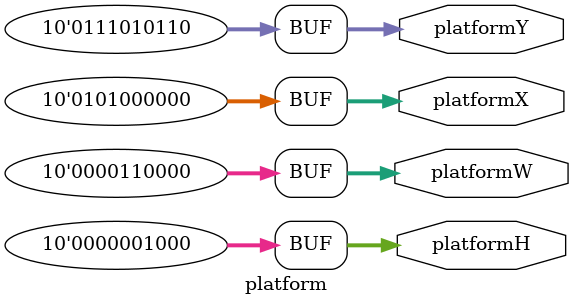
<source format=sv>
`timescale 1ns / 1ps


module platform
( 
    output logic [9:0]  platformX, 
    output logic [9:0]  platformY, 
    output logic [9:0]  platformW,
    output logic [9:0]  platformH

);


    parameter [9:0] platform_X_Center=320;  // Center position on the X axis
    parameter [9:0] platform_Y_Center=470;  // Center position on the Y axis


    assign platformW = 10'd48;
    assign platformH = 10'd8;

    assign platformX = platform_X_Center;
    assign platformY = platform_Y_Center;



endmodule

</source>
